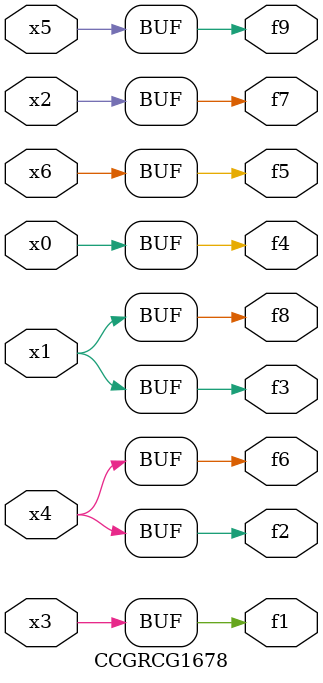
<source format=v>
module CCGRCG1678(
	input x0, x1, x2, x3, x4, x5, x6,
	output f1, f2, f3, f4, f5, f6, f7, f8, f9
);
	assign f1 = x3;
	assign f2 = x4;
	assign f3 = x1;
	assign f4 = x0;
	assign f5 = x6;
	assign f6 = x4;
	assign f7 = x2;
	assign f8 = x1;
	assign f9 = x5;
endmodule

</source>
